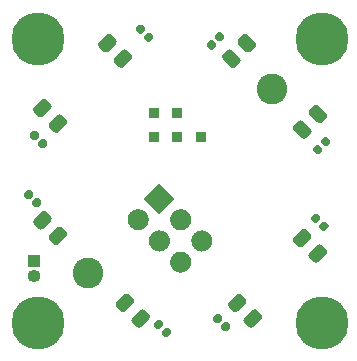
<source format=gbr>
%TF.GenerationSoftware,KiCad,Pcbnew,(5.1.6)-1*%
%TF.CreationDate,2021-01-25T18:01:45+00:00*%
%TF.ProjectId,Illum,496c6c75-6d2e-46b6-9963-61645f706362,rev?*%
%TF.SameCoordinates,Original*%
%TF.FileFunction,Soldermask,Top*%
%TF.FilePolarity,Negative*%
%FSLAX46Y46*%
G04 Gerber Fmt 4.6, Leading zero omitted, Abs format (unit mm)*
G04 Created by KiCad (PCBNEW (5.1.6)-1) date 2021-01-25 18:01:45*
%MOMM*%
%LPD*%
G01*
G04 APERTURE LIST*
%ADD10R,0.950000X0.950000*%
%ADD11O,1.100000X1.100000*%
%ADD12R,1.100000X1.100000*%
%ADD13C,0.100000*%
%ADD14C,0.800000*%
%ADD15C,4.500000*%
%ADD16C,2.600000*%
G04 APERTURE END LIST*
D10*
%TO.C,TP5*%
X115750000Y-102250000D03*
%TD*%
%TO.C,TP4*%
X113750000Y-102250000D03*
%TD*%
%TO.C,TP3*%
X111750000Y-102250000D03*
%TD*%
%TO.C,TP2*%
X113750000Y-100250000D03*
%TD*%
%TO.C,TP1*%
X111750000Y-100250000D03*
%TD*%
D11*
%TO.C,J1*%
X101600000Y-114070000D03*
D12*
X101600000Y-112800000D03*
%TD*%
%TO.C,J2*%
G36*
G01*
X114682447Y-112251758D02*
X114682447Y-112251758D01*
G75*
G02*
X114682447Y-113524550I-636396J-636396D01*
G01*
X114682447Y-113524550D01*
G75*
G02*
X113409655Y-113524550I-636396J636396D01*
G01*
X113409655Y-113524550D01*
G75*
G02*
X113409655Y-112251758I636396J636396D01*
G01*
X113409655Y-112251758D01*
G75*
G02*
X114682447Y-112251758I636396J-636396D01*
G01*
G37*
G36*
G01*
X116478498Y-110455706D02*
X116478498Y-110455706D01*
G75*
G02*
X116478498Y-111728498I-636396J-636396D01*
G01*
X116478498Y-111728498D01*
G75*
G02*
X115205706Y-111728498I-636396J636396D01*
G01*
X115205706Y-111728498D01*
G75*
G02*
X115205706Y-110455706I636396J636396D01*
G01*
X115205706Y-110455706D01*
G75*
G02*
X116478498Y-110455706I636396J-636396D01*
G01*
G37*
G36*
G01*
X112886396Y-110455706D02*
X112886396Y-110455706D01*
G75*
G02*
X112886396Y-111728498I-636396J-636396D01*
G01*
X112886396Y-111728498D01*
G75*
G02*
X111613604Y-111728498I-636396J636396D01*
G01*
X111613604Y-111728498D01*
G75*
G02*
X111613604Y-110455706I636396J636396D01*
G01*
X111613604Y-110455706D01*
G75*
G02*
X112886396Y-110455706I636396J-636396D01*
G01*
G37*
G36*
G01*
X114682447Y-108659655D02*
X114682447Y-108659655D01*
G75*
G02*
X114682447Y-109932447I-636396J-636396D01*
G01*
X114682447Y-109932447D01*
G75*
G02*
X113409655Y-109932447I-636396J636396D01*
G01*
X113409655Y-109932447D01*
G75*
G02*
X113409655Y-108659655I636396J636396D01*
G01*
X113409655Y-108659655D01*
G75*
G02*
X114682447Y-108659655I636396J-636396D01*
G01*
G37*
G36*
G01*
X111090345Y-108659655D02*
X111090345Y-108659655D01*
G75*
G02*
X111090345Y-109932447I-636396J-636396D01*
G01*
X111090345Y-109932447D01*
G75*
G02*
X109817553Y-109932447I-636396J636396D01*
G01*
X109817553Y-109932447D01*
G75*
G02*
X109817553Y-108659655I636396J636396D01*
G01*
X109817553Y-108659655D01*
G75*
G02*
X111090345Y-108659655I636396J-636396D01*
G01*
G37*
D13*
G36*
X112250000Y-106227208D02*
G01*
X113522792Y-107500000D01*
X112250000Y-108772792D01*
X110977208Y-107500000D01*
X112250000Y-106227208D01*
G37*
%TD*%
%TO.C,R8*%
G36*
G01*
X117540658Y-117761351D02*
X117261351Y-118040659D01*
G75*
G02*
X117017399Y-118040659I-121976J121976D01*
G01*
X116773447Y-117796707D01*
G75*
G02*
X116773447Y-117552755I121976J121976D01*
G01*
X117052755Y-117273447D01*
G75*
G02*
X117296707Y-117273447I121976J-121976D01*
G01*
X117540659Y-117517399D01*
G75*
G02*
X117540659Y-117761351I-121976J-121976D01*
G01*
G37*
G36*
G01*
X118226552Y-118447245D02*
X117947245Y-118726553D01*
G75*
G02*
X117703293Y-118726553I-121976J121976D01*
G01*
X117459341Y-118482601D01*
G75*
G02*
X117459341Y-118238649I121976J121976D01*
G01*
X117738649Y-117959341D01*
G75*
G02*
X117982601Y-117959341I121976J-121976D01*
G01*
X118226553Y-118203293D01*
G75*
G02*
X118226553Y-118447245I-121976J-121976D01*
G01*
G37*
%TD*%
%TO.C,R7*%
G36*
G01*
X125802289Y-109738649D02*
X126081596Y-109459341D01*
G75*
G02*
X126325548Y-109459341I121976J-121976D01*
G01*
X126569500Y-109703293D01*
G75*
G02*
X126569500Y-109947245I-121976J-121976D01*
G01*
X126290192Y-110226553D01*
G75*
G02*
X126046240Y-110226553I-121976J121976D01*
G01*
X125802288Y-109982601D01*
G75*
G02*
X125802288Y-109738649I121976J121976D01*
G01*
G37*
G36*
G01*
X125116395Y-109052755D02*
X125395702Y-108773447D01*
G75*
G02*
X125639654Y-108773447I121976J-121976D01*
G01*
X125883606Y-109017399D01*
G75*
G02*
X125883606Y-109261351I-121976J-121976D01*
G01*
X125604298Y-109540659D01*
G75*
G02*
X125360346Y-109540659I-121976J121976D01*
G01*
X125116394Y-109296707D01*
G75*
G02*
X125116394Y-109052755I121976J121976D01*
G01*
G37*
%TD*%
%TO.C,D8*%
G36*
G01*
X119442548Y-117623138D02*
X120123138Y-116942548D01*
G75*
G02*
X120503208Y-116942548I190035J-190035D01*
G01*
X120883278Y-117322618D01*
G75*
G02*
X120883278Y-117702688I-190035J-190035D01*
G01*
X120202688Y-118383278D01*
G75*
G02*
X119822618Y-118383278I-190035J190035D01*
G01*
X119442548Y-118003208D01*
G75*
G02*
X119442548Y-117623138I190035J190035D01*
G01*
G37*
G36*
G01*
X118116722Y-116297312D02*
X118797312Y-115616722D01*
G75*
G02*
X119177382Y-115616722I190035J-190035D01*
G01*
X119557452Y-115996792D01*
G75*
G02*
X119557452Y-116376862I-190035J-190035D01*
G01*
X118876862Y-117057452D01*
G75*
G02*
X118496792Y-117057452I-190035J190035D01*
G01*
X118116722Y-116677382D01*
G75*
G02*
X118116722Y-116297312I190035J190035D01*
G01*
G37*
%TD*%
%TO.C,D7*%
G36*
G01*
X124942548Y-112123138D02*
X125623138Y-111442548D01*
G75*
G02*
X126003208Y-111442548I190035J-190035D01*
G01*
X126383278Y-111822618D01*
G75*
G02*
X126383278Y-112202688I-190035J-190035D01*
G01*
X125702688Y-112883278D01*
G75*
G02*
X125322618Y-112883278I-190035J190035D01*
G01*
X124942548Y-112503208D01*
G75*
G02*
X124942548Y-112123138I190035J190035D01*
G01*
G37*
G36*
G01*
X123616722Y-110797312D02*
X124297312Y-110116722D01*
G75*
G02*
X124677382Y-110116722I190035J-190035D01*
G01*
X125057452Y-110496792D01*
G75*
G02*
X125057452Y-110876862I-190035J-190035D01*
G01*
X124376862Y-111557452D01*
G75*
G02*
X123996792Y-111557452I-190035J190035D01*
G01*
X123616722Y-111177382D01*
G75*
G02*
X123616722Y-110797312I190035J190035D01*
G01*
G37*
%TD*%
%TO.C,D6*%
G36*
G01*
X125623138Y-101057452D02*
X124942548Y-100376862D01*
G75*
G02*
X124942548Y-99996792I190035J190035D01*
G01*
X125322618Y-99616722D01*
G75*
G02*
X125702688Y-99616722I190035J-190035D01*
G01*
X126383278Y-100297312D01*
G75*
G02*
X126383278Y-100677382I-190035J-190035D01*
G01*
X126003208Y-101057452D01*
G75*
G02*
X125623138Y-101057452I-190035J190035D01*
G01*
G37*
G36*
G01*
X124297312Y-102383278D02*
X123616722Y-101702688D01*
G75*
G02*
X123616722Y-101322618I190035J190035D01*
G01*
X123996792Y-100942548D01*
G75*
G02*
X124376862Y-100942548I190035J-190035D01*
G01*
X125057452Y-101623138D01*
G75*
G02*
X125057452Y-102003208I-190035J-190035D01*
G01*
X124677382Y-102383278D01*
G75*
G02*
X124297312Y-102383278I-190035J190035D01*
G01*
G37*
%TD*%
%TO.C,D5*%
G36*
G01*
X119623138Y-95057452D02*
X118942548Y-94376862D01*
G75*
G02*
X118942548Y-93996792I190035J190035D01*
G01*
X119322618Y-93616722D01*
G75*
G02*
X119702688Y-93616722I190035J-190035D01*
G01*
X120383278Y-94297312D01*
G75*
G02*
X120383278Y-94677382I-190035J-190035D01*
G01*
X120003208Y-95057452D01*
G75*
G02*
X119623138Y-95057452I-190035J190035D01*
G01*
G37*
G36*
G01*
X118297312Y-96383278D02*
X117616722Y-95702688D01*
G75*
G02*
X117616722Y-95322618I190035J190035D01*
G01*
X117996792Y-94942548D01*
G75*
G02*
X118376862Y-94942548I190035J-190035D01*
G01*
X119057452Y-95623138D01*
G75*
G02*
X119057452Y-96003208I-190035J-190035D01*
G01*
X118677382Y-96383278D01*
G75*
G02*
X118297312Y-96383278I-190035J190035D01*
G01*
G37*
%TD*%
%TO.C,D4*%
G36*
G01*
X109942548Y-117623138D02*
X110623138Y-116942548D01*
G75*
G02*
X111003208Y-116942548I190035J-190035D01*
G01*
X111383278Y-117322618D01*
G75*
G02*
X111383278Y-117702688I-190035J-190035D01*
G01*
X110702688Y-118383278D01*
G75*
G02*
X110322618Y-118383278I-190035J190035D01*
G01*
X109942548Y-118003208D01*
G75*
G02*
X109942548Y-117623138I190035J190035D01*
G01*
G37*
G36*
G01*
X108616722Y-116297312D02*
X109297312Y-115616722D01*
G75*
G02*
X109677382Y-115616722I190035J-190035D01*
G01*
X110057452Y-115996792D01*
G75*
G02*
X110057452Y-116376862I-190035J-190035D01*
G01*
X109376862Y-117057452D01*
G75*
G02*
X108996792Y-117057452I-190035J190035D01*
G01*
X108616722Y-116677382D01*
G75*
G02*
X108616722Y-116297312I190035J190035D01*
G01*
G37*
%TD*%
%TO.C,D3*%
G36*
G01*
X103057452Y-109376862D02*
X102376862Y-110057452D01*
G75*
G02*
X101996792Y-110057452I-190035J190035D01*
G01*
X101616722Y-109677382D01*
G75*
G02*
X101616722Y-109297312I190035J190035D01*
G01*
X102297312Y-108616722D01*
G75*
G02*
X102677382Y-108616722I190035J-190035D01*
G01*
X103057452Y-108996792D01*
G75*
G02*
X103057452Y-109376862I-190035J-190035D01*
G01*
G37*
G36*
G01*
X104383278Y-110702688D02*
X103702688Y-111383278D01*
G75*
G02*
X103322618Y-111383278I-190035J190035D01*
G01*
X102942548Y-111003208D01*
G75*
G02*
X102942548Y-110623138I190035J190035D01*
G01*
X103623138Y-109942548D01*
G75*
G02*
X104003208Y-109942548I190035J-190035D01*
G01*
X104383278Y-110322618D01*
G75*
G02*
X104383278Y-110702688I-190035J-190035D01*
G01*
G37*
%TD*%
%TO.C,D2*%
G36*
G01*
X103057452Y-99876862D02*
X102376862Y-100557452D01*
G75*
G02*
X101996792Y-100557452I-190035J190035D01*
G01*
X101616722Y-100177382D01*
G75*
G02*
X101616722Y-99797312I190035J190035D01*
G01*
X102297312Y-99116722D01*
G75*
G02*
X102677382Y-99116722I190035J-190035D01*
G01*
X103057452Y-99496792D01*
G75*
G02*
X103057452Y-99876862I-190035J-190035D01*
G01*
G37*
G36*
G01*
X104383278Y-101202688D02*
X103702688Y-101883278D01*
G75*
G02*
X103322618Y-101883278I-190035J190035D01*
G01*
X102942548Y-101503208D01*
G75*
G02*
X102942548Y-101123138I190035J190035D01*
G01*
X103623138Y-100442548D01*
G75*
G02*
X104003208Y-100442548I190035J-190035D01*
G01*
X104383278Y-100822618D01*
G75*
G02*
X104383278Y-101202688I-190035J-190035D01*
G01*
G37*
%TD*%
D14*
%TO.C,H4*%
X127166726Y-116833274D03*
X126000000Y-116350000D03*
X124833274Y-116833274D03*
X124350000Y-118000000D03*
X124833274Y-119166726D03*
X126000000Y-119650000D03*
X127166726Y-119166726D03*
X127650000Y-118000000D03*
D15*
X126000000Y-118000000D03*
%TD*%
D14*
%TO.C,H3*%
X103166726Y-116833274D03*
X102000000Y-116350000D03*
X100833274Y-116833274D03*
X100350000Y-118000000D03*
X100833274Y-119166726D03*
X102000000Y-119650000D03*
X103166726Y-119166726D03*
X103650000Y-118000000D03*
D15*
X102000000Y-118000000D03*
%TD*%
D14*
%TO.C,H2*%
X127166726Y-92833274D03*
X126000000Y-92350000D03*
X124833274Y-92833274D03*
X124350000Y-94000000D03*
X124833274Y-95166726D03*
X126000000Y-95650000D03*
X127166726Y-95166726D03*
X127650000Y-94000000D03*
D15*
X126000000Y-94000000D03*
%TD*%
D14*
%TO.C,H1*%
X103166726Y-92833274D03*
X102000000Y-92350000D03*
X100833274Y-92833274D03*
X100350000Y-94000000D03*
X100833274Y-95166726D03*
X102000000Y-95650000D03*
X103166726Y-95166726D03*
X103650000Y-94000000D03*
D15*
X102000000Y-94000000D03*
%TD*%
%TO.C,D1*%
G36*
G01*
X108557452Y-94376862D02*
X107876862Y-95057452D01*
G75*
G02*
X107496792Y-95057452I-190035J190035D01*
G01*
X107116722Y-94677382D01*
G75*
G02*
X107116722Y-94297312I190035J190035D01*
G01*
X107797312Y-93616722D01*
G75*
G02*
X108177382Y-93616722I190035J-190035D01*
G01*
X108557452Y-93996792D01*
G75*
G02*
X108557452Y-94376862I-190035J-190035D01*
G01*
G37*
G36*
G01*
X109883278Y-95702688D02*
X109202688Y-96383278D01*
G75*
G02*
X108822618Y-96383278I-190035J190035D01*
G01*
X108442548Y-96003208D01*
G75*
G02*
X108442548Y-95623138I190035J190035D01*
G01*
X109123138Y-94942548D01*
G75*
G02*
X109503208Y-94942548I190035J-190035D01*
G01*
X109883278Y-95322618D01*
G75*
G02*
X109883278Y-95702688I-190035J-190035D01*
G01*
G37*
%TD*%
D16*
%TO.C,U1*%
X121778175Y-98221825D03*
X106221825Y-113778175D03*
%TD*%
%TO.C,R6*%
G36*
G01*
X125761351Y-102959342D02*
X126040659Y-103238649D01*
G75*
G02*
X126040659Y-103482601I-121976J-121976D01*
G01*
X125796707Y-103726553D01*
G75*
G02*
X125552755Y-103726553I-121976J121976D01*
G01*
X125273447Y-103447245D01*
G75*
G02*
X125273447Y-103203293I121976J121976D01*
G01*
X125517399Y-102959341D01*
G75*
G02*
X125761351Y-102959341I121976J-121976D01*
G01*
G37*
G36*
G01*
X126447245Y-102273448D02*
X126726553Y-102552755D01*
G75*
G02*
X126726553Y-102796707I-121976J-121976D01*
G01*
X126482601Y-103040659D01*
G75*
G02*
X126238649Y-103040659I-121976J121976D01*
G01*
X125959341Y-102761351D01*
G75*
G02*
X125959341Y-102517399I121976J121976D01*
G01*
X126203293Y-102273447D01*
G75*
G02*
X126447245Y-102273447I121976J-121976D01*
G01*
G37*
%TD*%
%TO.C,R5*%
G36*
G01*
X116761351Y-94116395D02*
X117040659Y-94395702D01*
G75*
G02*
X117040659Y-94639654I-121976J-121976D01*
G01*
X116796707Y-94883606D01*
G75*
G02*
X116552755Y-94883606I-121976J121976D01*
G01*
X116273447Y-94604298D01*
G75*
G02*
X116273447Y-94360346I121976J121976D01*
G01*
X116517399Y-94116394D01*
G75*
G02*
X116761351Y-94116394I121976J-121976D01*
G01*
G37*
G36*
G01*
X117447245Y-93430501D02*
X117726553Y-93709808D01*
G75*
G02*
X117726553Y-93953760I-121976J-121976D01*
G01*
X117482601Y-94197712D01*
G75*
G02*
X117238649Y-94197712I-121976J121976D01*
G01*
X116959341Y-93918404D01*
G75*
G02*
X116959341Y-93674452I121976J121976D01*
G01*
X117203293Y-93430500D01*
G75*
G02*
X117447245Y-93430500I121976J-121976D01*
G01*
G37*
%TD*%
%TO.C,R4*%
G36*
G01*
X112459342Y-118738649D02*
X112738649Y-118459341D01*
G75*
G02*
X112982601Y-118459341I121976J-121976D01*
G01*
X113226553Y-118703293D01*
G75*
G02*
X113226553Y-118947245I-121976J-121976D01*
G01*
X112947245Y-119226553D01*
G75*
G02*
X112703293Y-119226553I-121976J121976D01*
G01*
X112459341Y-118982601D01*
G75*
G02*
X112459341Y-118738649I121976J121976D01*
G01*
G37*
G36*
G01*
X111773448Y-118052755D02*
X112052755Y-117773447D01*
G75*
G02*
X112296707Y-117773447I121976J-121976D01*
G01*
X112540659Y-118017399D01*
G75*
G02*
X112540659Y-118261351I-121976J-121976D01*
G01*
X112261351Y-118540659D01*
G75*
G02*
X112017399Y-118540659I-121976J121976D01*
G01*
X111773447Y-118296707D01*
G75*
G02*
X111773447Y-118052755I121976J121976D01*
G01*
G37*
%TD*%
%TO.C,R3*%
G36*
G01*
X101540658Y-107261351D02*
X101261351Y-107540659D01*
G75*
G02*
X101017399Y-107540659I-121976J121976D01*
G01*
X100773447Y-107296707D01*
G75*
G02*
X100773447Y-107052755I121976J121976D01*
G01*
X101052755Y-106773447D01*
G75*
G02*
X101296707Y-106773447I121976J-121976D01*
G01*
X101540659Y-107017399D01*
G75*
G02*
X101540659Y-107261351I-121976J-121976D01*
G01*
G37*
G36*
G01*
X102226552Y-107947245D02*
X101947245Y-108226553D01*
G75*
G02*
X101703293Y-108226553I-121976J121976D01*
G01*
X101459341Y-107982601D01*
G75*
G02*
X101459341Y-107738649I121976J121976D01*
G01*
X101738649Y-107459341D01*
G75*
G02*
X101982601Y-107459341I121976J-121976D01*
G01*
X102226553Y-107703293D01*
G75*
G02*
X102226553Y-107947245I-121976J-121976D01*
G01*
G37*
%TD*%
%TO.C,R2*%
G36*
G01*
X102040658Y-102261351D02*
X101761351Y-102540659D01*
G75*
G02*
X101517399Y-102540659I-121976J121976D01*
G01*
X101273447Y-102296707D01*
G75*
G02*
X101273447Y-102052755I121976J121976D01*
G01*
X101552755Y-101773447D01*
G75*
G02*
X101796707Y-101773447I121976J-121976D01*
G01*
X102040659Y-102017399D01*
G75*
G02*
X102040659Y-102261351I-121976J-121976D01*
G01*
G37*
G36*
G01*
X102726552Y-102947245D02*
X102447245Y-103226553D01*
G75*
G02*
X102203293Y-103226553I-121976J121976D01*
G01*
X101959341Y-102982601D01*
G75*
G02*
X101959341Y-102738649I121976J121976D01*
G01*
X102238649Y-102459341D01*
G75*
G02*
X102482601Y-102459341I121976J-121976D01*
G01*
X102726553Y-102703293D01*
G75*
G02*
X102726553Y-102947245I-121976J-121976D01*
G01*
G37*
%TD*%
%TO.C,R1*%
G36*
G01*
X111040658Y-93261351D02*
X110761351Y-93540659D01*
G75*
G02*
X110517399Y-93540659I-121976J121976D01*
G01*
X110273447Y-93296707D01*
G75*
G02*
X110273447Y-93052755I121976J121976D01*
G01*
X110552755Y-92773447D01*
G75*
G02*
X110796707Y-92773447I121976J-121976D01*
G01*
X111040659Y-93017399D01*
G75*
G02*
X111040659Y-93261351I-121976J-121976D01*
G01*
G37*
G36*
G01*
X111726552Y-93947245D02*
X111447245Y-94226553D01*
G75*
G02*
X111203293Y-94226553I-121976J121976D01*
G01*
X110959341Y-93982601D01*
G75*
G02*
X110959341Y-93738649I121976J121976D01*
G01*
X111238649Y-93459341D01*
G75*
G02*
X111482601Y-93459341I121976J-121976D01*
G01*
X111726553Y-93703293D01*
G75*
G02*
X111726553Y-93947245I-121976J-121976D01*
G01*
G37*
%TD*%
M02*

</source>
